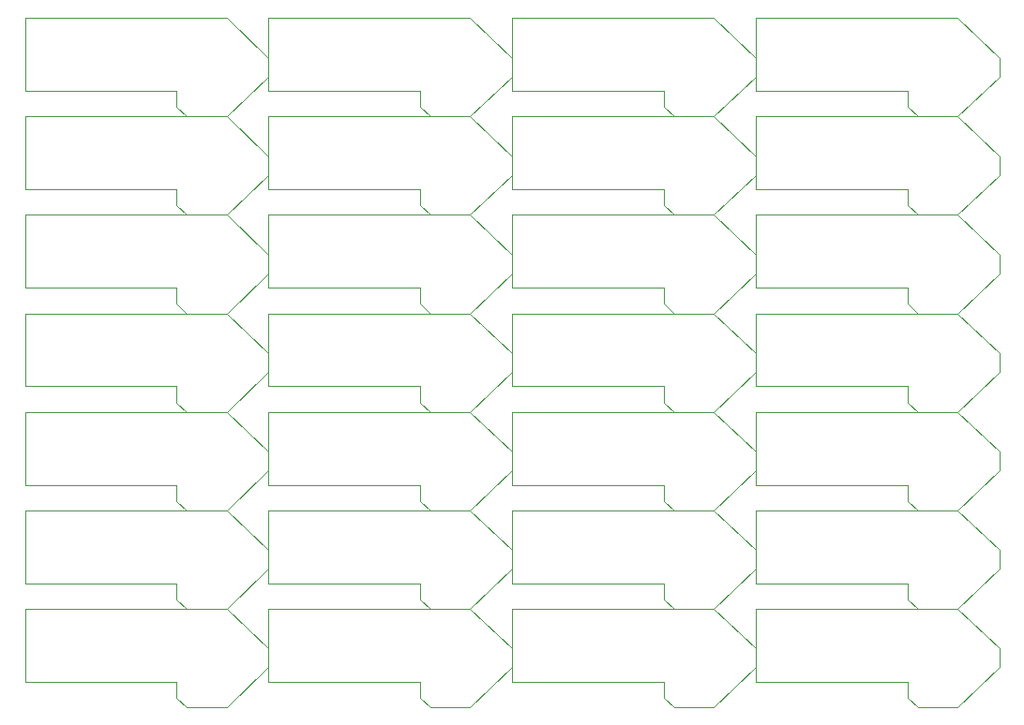
<source format=gbr>
%TF.GenerationSoftware,KiCad,Pcbnew,6.0.11-2627ca5db0~126~ubuntu20.04.1*%
%TF.CreationDate,2024-11-30T22:39:18-05:00*%
%TF.ProjectId,,58585858-5858-4585-9858-585858585858,rev?*%
%TF.SameCoordinates,Original*%
%TF.FileFunction,Paste,Bot*%
%TF.FilePolarity,Positive*%
%FSLAX46Y46*%
G04 Gerber Fmt 4.6, Leading zero omitted, Abs format (unit mm)*
G04 Created by KiCad (PCBNEW 6.0.11-2627ca5db0~126~ubuntu20.04.1) date 2024-11-30 22:39:18*
%MOMM*%
%LPD*%
G01*
G04 APERTURE LIST*
%TA.AperFunction,Profile*%
%ADD10C,0.100000*%
%TD*%
G04 APERTURE END LIST*
D10*
X151090000Y-107121000D02*
X169290000Y-107121000D01*
X169290000Y-116021000D02*
X173090000Y-112421000D01*
X164790000Y-113721000D02*
X164790000Y-115171000D01*
X164790000Y-115171000D02*
X165690000Y-116021000D01*
X169290000Y-107121000D02*
X173090000Y-110721000D01*
X151090000Y-113721000D02*
X164790000Y-113721000D01*
X165690000Y-116021000D02*
X169290000Y-116021000D01*
X151090000Y-107121000D02*
X151090000Y-113721000D01*
X173090000Y-110721000D02*
X173090000Y-112421000D01*
X129090000Y-107121000D02*
X147290000Y-107121000D01*
X147290000Y-116021000D02*
X151090000Y-112421000D01*
X142790000Y-113721000D02*
X142790000Y-115171000D01*
X142790000Y-115171000D02*
X143690000Y-116021000D01*
X147290000Y-107121000D02*
X151090000Y-110721000D01*
X129090000Y-113721000D02*
X142790000Y-113721000D01*
X143690000Y-116021000D02*
X147290000Y-116021000D01*
X129090000Y-107121000D02*
X129090000Y-113721000D01*
X151090000Y-110721000D02*
X151090000Y-112421000D01*
X107090000Y-107121000D02*
X125290000Y-107121000D01*
X125290000Y-116021000D02*
X129090000Y-112421000D01*
X120790000Y-113721000D02*
X120790000Y-115171000D01*
X120790000Y-115171000D02*
X121690000Y-116021000D01*
X125290000Y-107121000D02*
X129090000Y-110721000D01*
X107090000Y-113721000D02*
X120790000Y-113721000D01*
X121690000Y-116021000D02*
X125290000Y-116021000D01*
X107090000Y-107121000D02*
X107090000Y-113721000D01*
X129090000Y-110721000D02*
X129090000Y-112421000D01*
X85090000Y-107121000D02*
X103290000Y-107121000D01*
X103290000Y-116021000D02*
X107090000Y-112421000D01*
X98790000Y-113721000D02*
X98790000Y-115171000D01*
X98790000Y-115171000D02*
X99690000Y-116021000D01*
X103290000Y-107121000D02*
X107090000Y-110721000D01*
X85090000Y-113721000D02*
X98790000Y-113721000D01*
X99690000Y-116021000D02*
X103290000Y-116021000D01*
X85090000Y-107121000D02*
X85090000Y-113721000D01*
X107090000Y-110721000D02*
X107090000Y-112421000D01*
X151090000Y-98221000D02*
X169290000Y-98221000D01*
X169290000Y-107121000D02*
X173090000Y-103521000D01*
X164790000Y-104821000D02*
X164790000Y-106271000D01*
X164790000Y-106271000D02*
X165690000Y-107121000D01*
X169290000Y-98221000D02*
X173090000Y-101821000D01*
X151090000Y-104821000D02*
X164790000Y-104821000D01*
X165690000Y-107121000D02*
X169290000Y-107121000D01*
X151090000Y-98221000D02*
X151090000Y-104821000D01*
X173090000Y-101821000D02*
X173090000Y-103521000D01*
X129090000Y-98221000D02*
X147290000Y-98221000D01*
X147290000Y-107121000D02*
X151090000Y-103521000D01*
X142790000Y-104821000D02*
X142790000Y-106271000D01*
X142790000Y-106271000D02*
X143690000Y-107121000D01*
X147290000Y-98221000D02*
X151090000Y-101821000D01*
X129090000Y-104821000D02*
X142790000Y-104821000D01*
X143690000Y-107121000D02*
X147290000Y-107121000D01*
X129090000Y-98221000D02*
X129090000Y-104821000D01*
X151090000Y-101821000D02*
X151090000Y-103521000D01*
X107090000Y-98221000D02*
X125290000Y-98221000D01*
X125290000Y-107121000D02*
X129090000Y-103521000D01*
X120790000Y-104821000D02*
X120790000Y-106271000D01*
X120790000Y-106271000D02*
X121690000Y-107121000D01*
X125290000Y-98221000D02*
X129090000Y-101821000D01*
X107090000Y-104821000D02*
X120790000Y-104821000D01*
X121690000Y-107121000D02*
X125290000Y-107121000D01*
X107090000Y-98221000D02*
X107090000Y-104821000D01*
X129090000Y-101821000D02*
X129090000Y-103521000D01*
X85090000Y-98221000D02*
X103290000Y-98221000D01*
X103290000Y-107121000D02*
X107090000Y-103521000D01*
X98790000Y-104821000D02*
X98790000Y-106271000D01*
X98790000Y-106271000D02*
X99690000Y-107121000D01*
X103290000Y-98221000D02*
X107090000Y-101821000D01*
X85090000Y-104821000D02*
X98790000Y-104821000D01*
X99690000Y-107121000D02*
X103290000Y-107121000D01*
X85090000Y-98221000D02*
X85090000Y-104821000D01*
X107090000Y-101821000D02*
X107090000Y-103521000D01*
X151090000Y-89321000D02*
X169290000Y-89321000D01*
X169290000Y-98221000D02*
X173090000Y-94621000D01*
X164790000Y-95921000D02*
X164790000Y-97371000D01*
X164790000Y-97371000D02*
X165690000Y-98221000D01*
X169290000Y-89321000D02*
X173090000Y-92921000D01*
X151090000Y-95921000D02*
X164790000Y-95921000D01*
X165690000Y-98221000D02*
X169290000Y-98221000D01*
X151090000Y-89321000D02*
X151090000Y-95921000D01*
X173090000Y-92921000D02*
X173090000Y-94621000D01*
X129090000Y-89321000D02*
X147290000Y-89321000D01*
X147290000Y-98221000D02*
X151090000Y-94621000D01*
X142790000Y-95921000D02*
X142790000Y-97371000D01*
X142790000Y-97371000D02*
X143690000Y-98221000D01*
X147290000Y-89321000D02*
X151090000Y-92921000D01*
X129090000Y-95921000D02*
X142790000Y-95921000D01*
X143690000Y-98221000D02*
X147290000Y-98221000D01*
X129090000Y-89321000D02*
X129090000Y-95921000D01*
X151090000Y-92921000D02*
X151090000Y-94621000D01*
X107090000Y-89321000D02*
X125290000Y-89321000D01*
X125290000Y-98221000D02*
X129090000Y-94621000D01*
X120790000Y-95921000D02*
X120790000Y-97371000D01*
X120790000Y-97371000D02*
X121690000Y-98221000D01*
X125290000Y-89321000D02*
X129090000Y-92921000D01*
X107090000Y-95921000D02*
X120790000Y-95921000D01*
X121690000Y-98221000D02*
X125290000Y-98221000D01*
X107090000Y-89321000D02*
X107090000Y-95921000D01*
X129090000Y-92921000D02*
X129090000Y-94621000D01*
X85090000Y-89321000D02*
X103290000Y-89321000D01*
X103290000Y-98221000D02*
X107090000Y-94621000D01*
X98790000Y-95921000D02*
X98790000Y-97371000D01*
X98790000Y-97371000D02*
X99690000Y-98221000D01*
X103290000Y-89321000D02*
X107090000Y-92921000D01*
X85090000Y-95921000D02*
X98790000Y-95921000D01*
X99690000Y-98221000D02*
X103290000Y-98221000D01*
X85090000Y-89321000D02*
X85090000Y-95921000D01*
X107090000Y-92921000D02*
X107090000Y-94621000D01*
X151090000Y-80421000D02*
X169290000Y-80421000D01*
X169290000Y-89321000D02*
X173090000Y-85721000D01*
X164790000Y-87021000D02*
X164790000Y-88471000D01*
X164790000Y-88471000D02*
X165690000Y-89321000D01*
X169290000Y-80421000D02*
X173090000Y-84021000D01*
X151090000Y-87021000D02*
X164790000Y-87021000D01*
X165690000Y-89321000D02*
X169290000Y-89321000D01*
X151090000Y-80421000D02*
X151090000Y-87021000D01*
X173090000Y-84021000D02*
X173090000Y-85721000D01*
X129090000Y-80421000D02*
X147290000Y-80421000D01*
X147290000Y-89321000D02*
X151090000Y-85721000D01*
X142790000Y-87021000D02*
X142790000Y-88471000D01*
X142790000Y-88471000D02*
X143690000Y-89321000D01*
X147290000Y-80421000D02*
X151090000Y-84021000D01*
X129090000Y-87021000D02*
X142790000Y-87021000D01*
X143690000Y-89321000D02*
X147290000Y-89321000D01*
X129090000Y-80421000D02*
X129090000Y-87021000D01*
X151090000Y-84021000D02*
X151090000Y-85721000D01*
X107090000Y-80421000D02*
X125290000Y-80421000D01*
X125290000Y-89321000D02*
X129090000Y-85721000D01*
X120790000Y-87021000D02*
X120790000Y-88471000D01*
X120790000Y-88471000D02*
X121690000Y-89321000D01*
X125290000Y-80421000D02*
X129090000Y-84021000D01*
X107090000Y-87021000D02*
X120790000Y-87021000D01*
X121690000Y-89321000D02*
X125290000Y-89321000D01*
X107090000Y-80421000D02*
X107090000Y-87021000D01*
X129090000Y-84021000D02*
X129090000Y-85721000D01*
X85090000Y-80421000D02*
X103290000Y-80421000D01*
X103290000Y-89321000D02*
X107090000Y-85721000D01*
X98790000Y-87021000D02*
X98790000Y-88471000D01*
X98790000Y-88471000D02*
X99690000Y-89321000D01*
X103290000Y-80421000D02*
X107090000Y-84021000D01*
X85090000Y-87021000D02*
X98790000Y-87021000D01*
X99690000Y-89321000D02*
X103290000Y-89321000D01*
X85090000Y-80421000D02*
X85090000Y-87021000D01*
X107090000Y-84021000D02*
X107090000Y-85721000D01*
X151090000Y-71521000D02*
X169290000Y-71521000D01*
X169290000Y-80421000D02*
X173090000Y-76821000D01*
X164790000Y-78121000D02*
X164790000Y-79571000D01*
X164790000Y-79571000D02*
X165690000Y-80421000D01*
X169290000Y-71521000D02*
X173090000Y-75121000D01*
X151090000Y-78121000D02*
X164790000Y-78121000D01*
X165690000Y-80421000D02*
X169290000Y-80421000D01*
X151090000Y-71521000D02*
X151090000Y-78121000D01*
X173090000Y-75121000D02*
X173090000Y-76821000D01*
X129090000Y-71521000D02*
X147290000Y-71521000D01*
X147290000Y-80421000D02*
X151090000Y-76821000D01*
X142790000Y-78121000D02*
X142790000Y-79571000D01*
X142790000Y-79571000D02*
X143690000Y-80421000D01*
X147290000Y-71521000D02*
X151090000Y-75121000D01*
X129090000Y-78121000D02*
X142790000Y-78121000D01*
X143690000Y-80421000D02*
X147290000Y-80421000D01*
X129090000Y-71521000D02*
X129090000Y-78121000D01*
X151090000Y-75121000D02*
X151090000Y-76821000D01*
X107090000Y-71521000D02*
X125290000Y-71521000D01*
X125290000Y-80421000D02*
X129090000Y-76821000D01*
X120790000Y-78121000D02*
X120790000Y-79571000D01*
X120790000Y-79571000D02*
X121690000Y-80421000D01*
X125290000Y-71521000D02*
X129090000Y-75121000D01*
X107090000Y-78121000D02*
X120790000Y-78121000D01*
X121690000Y-80421000D02*
X125290000Y-80421000D01*
X107090000Y-71521000D02*
X107090000Y-78121000D01*
X129090000Y-75121000D02*
X129090000Y-76821000D01*
X85090000Y-71521000D02*
X103290000Y-71521000D01*
X103290000Y-80421000D02*
X107090000Y-76821000D01*
X98790000Y-78121000D02*
X98790000Y-79571000D01*
X98790000Y-79571000D02*
X99690000Y-80421000D01*
X103290000Y-71521000D02*
X107090000Y-75121000D01*
X85090000Y-78121000D02*
X98790000Y-78121000D01*
X99690000Y-80421000D02*
X103290000Y-80421000D01*
X85090000Y-71521000D02*
X85090000Y-78121000D01*
X107090000Y-75121000D02*
X107090000Y-76821000D01*
X151090000Y-62621000D02*
X169290000Y-62621000D01*
X169290000Y-71521000D02*
X173090000Y-67921000D01*
X164790000Y-69221000D02*
X164790000Y-70671000D01*
X164790000Y-70671000D02*
X165690000Y-71521000D01*
X169290000Y-62621000D02*
X173090000Y-66221000D01*
X151090000Y-69221000D02*
X164790000Y-69221000D01*
X165690000Y-71521000D02*
X169290000Y-71521000D01*
X151090000Y-62621000D02*
X151090000Y-69221000D01*
X173090000Y-66221000D02*
X173090000Y-67921000D01*
X129090000Y-62621000D02*
X147290000Y-62621000D01*
X147290000Y-71521000D02*
X151090000Y-67921000D01*
X142790000Y-69221000D02*
X142790000Y-70671000D01*
X142790000Y-70671000D02*
X143690000Y-71521000D01*
X147290000Y-62621000D02*
X151090000Y-66221000D01*
X129090000Y-69221000D02*
X142790000Y-69221000D01*
X143690000Y-71521000D02*
X147290000Y-71521000D01*
X129090000Y-62621000D02*
X129090000Y-69221000D01*
X151090000Y-66221000D02*
X151090000Y-67921000D01*
X107090000Y-62621000D02*
X125290000Y-62621000D01*
X125290000Y-71521000D02*
X129090000Y-67921000D01*
X120790000Y-69221000D02*
X120790000Y-70671000D01*
X120790000Y-70671000D02*
X121690000Y-71521000D01*
X125290000Y-62621000D02*
X129090000Y-66221000D01*
X107090000Y-69221000D02*
X120790000Y-69221000D01*
X121690000Y-71521000D02*
X125290000Y-71521000D01*
X107090000Y-62621000D02*
X107090000Y-69221000D01*
X129090000Y-66221000D02*
X129090000Y-67921000D01*
X85090000Y-62621000D02*
X103290000Y-62621000D01*
X103290000Y-71521000D02*
X107090000Y-67921000D01*
X98790000Y-69221000D02*
X98790000Y-70671000D01*
X98790000Y-70671000D02*
X99690000Y-71521000D01*
X103290000Y-62621000D02*
X107090000Y-66221000D01*
X85090000Y-69221000D02*
X98790000Y-69221000D01*
X99690000Y-71521000D02*
X103290000Y-71521000D01*
X85090000Y-62621000D02*
X85090000Y-69221000D01*
X107090000Y-66221000D02*
X107090000Y-67921000D01*
X151090000Y-53721000D02*
X169290000Y-53721000D01*
X169290000Y-62621000D02*
X173090000Y-59021000D01*
X164790000Y-60321000D02*
X164790000Y-61771000D01*
X164790000Y-61771000D02*
X165690000Y-62621000D01*
X169290000Y-53721000D02*
X173090000Y-57321000D01*
X151090000Y-60321000D02*
X164790000Y-60321000D01*
X165690000Y-62621000D02*
X169290000Y-62621000D01*
X151090000Y-53721000D02*
X151090000Y-60321000D01*
X173090000Y-57321000D02*
X173090000Y-59021000D01*
X129090000Y-53721000D02*
X147290000Y-53721000D01*
X147290000Y-62621000D02*
X151090000Y-59021000D01*
X142790000Y-60321000D02*
X142790000Y-61771000D01*
X142790000Y-61771000D02*
X143690000Y-62621000D01*
X147290000Y-53721000D02*
X151090000Y-57321000D01*
X129090000Y-60321000D02*
X142790000Y-60321000D01*
X143690000Y-62621000D02*
X147290000Y-62621000D01*
X129090000Y-53721000D02*
X129090000Y-60321000D01*
X151090000Y-57321000D02*
X151090000Y-59021000D01*
X107090000Y-53721000D02*
X125290000Y-53721000D01*
X125290000Y-62621000D02*
X129090000Y-59021000D01*
X120790000Y-60321000D02*
X120790000Y-61771000D01*
X120790000Y-61771000D02*
X121690000Y-62621000D01*
X125290000Y-53721000D02*
X129090000Y-57321000D01*
X107090000Y-60321000D02*
X120790000Y-60321000D01*
X121690000Y-62621000D02*
X125290000Y-62621000D01*
X107090000Y-53721000D02*
X107090000Y-60321000D01*
X129090000Y-57321000D02*
X129090000Y-59021000D01*
X85090000Y-53721000D02*
X103290000Y-53721000D01*
X103290000Y-62621000D02*
X107090000Y-59021000D01*
X85090000Y-53721000D02*
X85090000Y-60321000D01*
X98790000Y-60321000D02*
X98790000Y-61771000D01*
X99690000Y-62621000D02*
X103290000Y-62621000D01*
X103290000Y-53721000D02*
X107090000Y-57321000D01*
X98790000Y-61771000D02*
X99690000Y-62621000D01*
X107090000Y-57321000D02*
X107090000Y-59021000D01*
X85090000Y-60321000D02*
X98790000Y-60321000D01*
M02*

</source>
